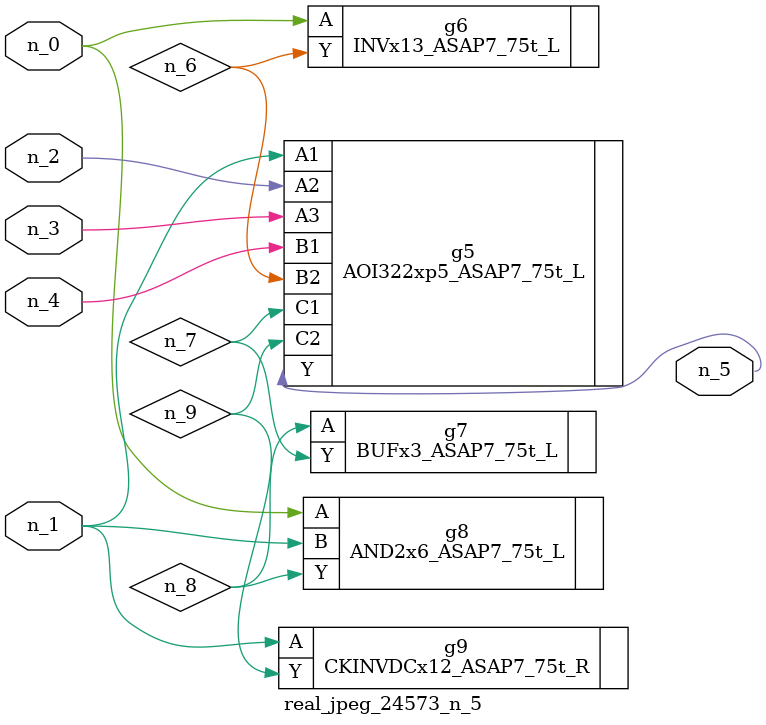
<source format=v>
module real_jpeg_24573_n_5 (n_4, n_0, n_1, n_2, n_3, n_5);

input n_4;
input n_0;
input n_1;
input n_2;
input n_3;

output n_5;

wire n_8;
wire n_6;
wire n_7;
wire n_9;

INVx13_ASAP7_75t_L g6 ( 
.A(n_0),
.Y(n_6)
);

AND2x6_ASAP7_75t_L g8 ( 
.A(n_0),
.B(n_1),
.Y(n_8)
);

AOI322xp5_ASAP7_75t_L g5 ( 
.A1(n_1),
.A2(n_2),
.A3(n_3),
.B1(n_4),
.B2(n_6),
.C1(n_7),
.C2(n_9),
.Y(n_5)
);

CKINVDCx12_ASAP7_75t_R g9 ( 
.A(n_1),
.Y(n_9)
);

BUFx3_ASAP7_75t_L g7 ( 
.A(n_8),
.Y(n_7)
);


endmodule
</source>
